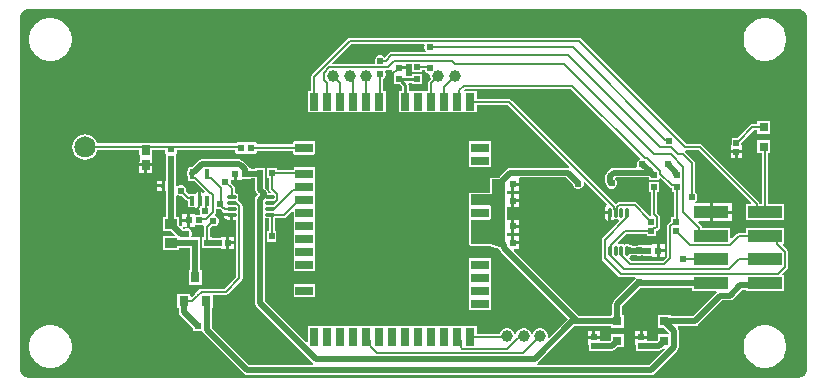
<source format=gbr>
G04*
G04 #@! TF.GenerationSoftware,Altium Limited,Altium Designer,22.4.2 (48)*
G04*
G04 Layer_Physical_Order=1*
G04 Layer_Color=255*
%FSLAX25Y25*%
%MOIN*%
G70*
G04*
G04 #@! TF.SameCoordinates,B69760C6-9901-4916-8BAC-4CFDAA04743E*
G04*
G04*
G04 #@! TF.FilePolarity,Positive*
G04*
G01*
G75*
%ADD13C,0.02000*%
%ADD14C,0.00700*%
%ADD19R,0.01860X0.02288*%
%ADD20R,0.02288X0.01860*%
%ADD21R,0.01968X0.02362*%
%ADD22R,0.02362X0.01968*%
%ADD23R,0.19685X0.03937*%
%ADD24C,0.03937*%
%ADD25R,0.03150X0.03150*%
G04:AMPARAMS|DCode=26|XSize=15.75mil|YSize=33.47mil|CornerRadius=1.97mil|HoleSize=0mil|Usage=FLASHONLY|Rotation=180.000|XOffset=0mil|YOffset=0mil|HoleType=Round|Shape=RoundedRectangle|*
%AMROUNDEDRECTD26*
21,1,0.01575,0.02953,0,0,180.0*
21,1,0.01181,0.03347,0,0,180.0*
1,1,0.00394,-0.00591,0.01476*
1,1,0.00394,0.00591,0.01476*
1,1,0.00394,0.00591,-0.01476*
1,1,0.00394,-0.00591,-0.01476*
%
%ADD26ROUNDEDRECTD26*%
%ADD27R,0.03150X0.05906*%
%ADD28R,0.05906X0.03150*%
%ADD29R,0.04331X0.04331*%
%ADD30R,0.02441X0.02362*%
%ADD31R,0.02423X0.02254*%
G04:AMPARAMS|DCode=32|XSize=11.81mil|YSize=31.5mil|CornerRadius=1.95mil|HoleSize=0mil|Usage=FLASHONLY|Rotation=90.000|XOffset=0mil|YOffset=0mil|HoleType=Round|Shape=RoundedRectangle|*
%AMROUNDEDRECTD32*
21,1,0.01181,0.02760,0,0,90.0*
21,1,0.00791,0.03150,0,0,90.0*
1,1,0.00390,0.01380,0.00396*
1,1,0.00390,0.01380,-0.00396*
1,1,0.00390,-0.01380,-0.00396*
1,1,0.00390,-0.01380,0.00396*
%
%ADD32ROUNDEDRECTD32*%
%ADD33R,0.03150X0.03543*%
%ADD34R,0.02559X0.03347*%
%ADD35R,0.02254X0.02423*%
%ADD36R,0.01788X0.01428*%
%ADD37R,0.03937X0.03543*%
%ADD38R,0.02362X0.02441*%
%ADD39R,0.11614X0.04016*%
G04:AMPARAMS|DCode=40|XSize=11.81mil|YSize=31.5mil|CornerRadius=1.95mil|HoleSize=0mil|Usage=FLASHONLY|Rotation=0.000|XOffset=0mil|YOffset=0mil|HoleType=Round|Shape=RoundedRectangle|*
%AMROUNDEDRECTD40*
21,1,0.01181,0.02760,0,0,0.0*
21,1,0.00791,0.03150,0,0,0.0*
1,1,0.00390,0.00396,-0.01380*
1,1,0.00390,-0.00396,-0.01380*
1,1,0.00390,-0.00396,0.01380*
1,1,0.00390,0.00396,0.01380*
%
%ADD40ROUNDEDRECTD40*%
%ADD54C,0.00050*%
%ADD55C,0.00800*%
%ADD56C,0.00600*%
%ADD57C,0.01000*%
%ADD58C,0.02400*%
G36*
X260531Y123977D02*
X261155Y123852D01*
X261743Y123609D01*
X262272Y123256D01*
X262722Y122806D01*
X263076Y122277D01*
X263320Y121689D01*
X263445Y121065D01*
X263445Y120747D01*
X263433Y3996D01*
X263433Y3996D01*
X263433Y3996D01*
X263433Y3701D01*
X263318Y3124D01*
X263093Y2579D01*
X262766Y2090D01*
X262350Y1673D01*
X261860Y1345D01*
X261316Y1120D01*
X260738Y1004D01*
X260444Y1004D01*
X4114Y1020D01*
X4114Y1020D01*
X4114Y1020D01*
X3809D01*
X3212Y1139D01*
X2648Y1372D01*
X2142Y1710D01*
X1710Y2142D01*
X1372Y2648D01*
X1139Y3212D01*
X1020Y3809D01*
Y4114D01*
X1020Y4114D01*
X1020Y4114D01*
X1012Y120772D01*
X1012Y121086D01*
X1134Y121704D01*
X1375Y122285D01*
X1725Y122809D01*
X2169Y123254D01*
X2692Y123604D01*
X3274Y123845D01*
X3891Y123968D01*
X4206Y123969D01*
X260213Y123977D01*
X260531Y123977D01*
D02*
G37*
%LPC*%
G36*
X250014Y120886D02*
X248812D01*
X248714Y120866D01*
X248613D01*
X247434Y120632D01*
X247342Y120593D01*
X247243Y120574D01*
X246133Y120114D01*
X246049Y120058D01*
X245956Y120019D01*
X244957Y119351D01*
X244886Y119281D01*
X244802Y119225D01*
X243952Y118375D01*
X243897Y118291D01*
X243826Y118220D01*
X243158Y117221D01*
X243119Y117128D01*
X243064Y117044D01*
X242604Y115934D01*
X242584Y115835D01*
X242546Y115743D01*
X242311Y114564D01*
Y114463D01*
X242291Y114365D01*
Y113163D01*
X242311Y113064D01*
Y112964D01*
X242546Y111785D01*
X242584Y111692D01*
X242604Y111594D01*
X243064Y110483D01*
X243119Y110399D01*
X243158Y110307D01*
X243826Y109307D01*
X243897Y109236D01*
X243952Y109153D01*
X244802Y108303D01*
X244886Y108247D01*
X244957Y108176D01*
X245956Y107508D01*
X246049Y107470D01*
X246133Y107414D01*
X247243Y106954D01*
X247342Y106934D01*
X247434Y106896D01*
X248613Y106661D01*
X248714D01*
X248812Y106642D01*
X250014D01*
X250113Y106661D01*
X250213D01*
X251392Y106896D01*
X251485Y106934D01*
X251584Y106954D01*
X252694Y107414D01*
X252778Y107470D01*
X252870Y107508D01*
X253870Y108176D01*
X253941Y108247D01*
X254024Y108303D01*
X254874Y109153D01*
X254930Y109236D01*
X255001Y109307D01*
X255669Y110307D01*
X255707Y110399D01*
X255763Y110483D01*
X256223Y111594D01*
X256243Y111692D01*
X256281Y111785D01*
X256516Y112964D01*
Y113064D01*
X256535Y113163D01*
Y114365D01*
X256516Y114463D01*
Y114564D01*
X256281Y115743D01*
X256243Y115835D01*
X256223Y115934D01*
X255763Y117044D01*
X255707Y117128D01*
X255669Y117221D01*
X255001Y118220D01*
X254930Y118291D01*
X254874Y118375D01*
X254024Y119225D01*
X253941Y119281D01*
X253870Y119351D01*
X252870Y120019D01*
X252778Y120058D01*
X252694Y120114D01*
X251584Y120574D01*
X251485Y120593D01*
X251392Y120632D01*
X250213Y120866D01*
X250113D01*
X250014Y120886D01*
D02*
G37*
G36*
X11825D02*
X10623D01*
X10525Y120866D01*
X10424D01*
X9245Y120632D01*
X9153Y120593D01*
X9054Y120574D01*
X7944Y120114D01*
X7860Y120058D01*
X7767Y120019D01*
X6768Y119351D01*
X6697Y119281D01*
X6613Y119225D01*
X5763Y118375D01*
X5708Y118291D01*
X5637Y118220D01*
X4969Y117221D01*
X4930Y117128D01*
X4875Y117044D01*
X4415Y115934D01*
X4395Y115835D01*
X4357Y115743D01*
X4122Y114564D01*
Y114463D01*
X4103Y114365D01*
Y113163D01*
X4122Y113064D01*
Y112964D01*
X4357Y111785D01*
X4395Y111692D01*
X4415Y111594D01*
X4875Y110483D01*
X4930Y110399D01*
X4969Y110307D01*
X5637Y109307D01*
X5708Y109236D01*
X5763Y109153D01*
X6613Y108303D01*
X6697Y108247D01*
X6768Y108176D01*
X7767Y107508D01*
X7860Y107470D01*
X7944Y107414D01*
X9054Y106954D01*
X9153Y106934D01*
X9245Y106896D01*
X10424Y106661D01*
X10525D01*
X10623Y106642D01*
X11825D01*
X11924Y106661D01*
X12024D01*
X13203Y106896D01*
X13296Y106934D01*
X13395Y106954D01*
X14505Y107414D01*
X14589Y107470D01*
X14681Y107508D01*
X15681Y108176D01*
X15752Y108247D01*
X15835Y108303D01*
X16685Y109153D01*
X16741Y109236D01*
X16812Y109307D01*
X17480Y110307D01*
X17518Y110399D01*
X17574Y110483D01*
X18034Y111594D01*
X18054Y111692D01*
X18092Y111785D01*
X18327Y112964D01*
Y113064D01*
X18346Y113163D01*
Y114365D01*
X18327Y114463D01*
Y114564D01*
X18092Y115743D01*
X18054Y115835D01*
X18034Y115934D01*
X17574Y117044D01*
X17518Y117128D01*
X17480Y117221D01*
X16812Y118220D01*
X16741Y118291D01*
X16685Y118375D01*
X15835Y119225D01*
X15752Y119281D01*
X15681Y119351D01*
X14681Y120019D01*
X14589Y120058D01*
X14505Y120114D01*
X13395Y120574D01*
X13296Y120593D01*
X13203Y120632D01*
X12024Y120866D01*
X11924D01*
X11825Y120886D01*
D02*
G37*
G36*
X251275Y86723D02*
X246925D01*
Y85568D01*
X245228D01*
X244838Y85490D01*
X244507Y85269D01*
X240202Y80963D01*
X238370D01*
Y78485D01*
X237970D01*
Y76841D01*
X239900D01*
X241830D01*
Y78485D01*
X241430D01*
Y79308D01*
X245651Y83528D01*
X246925D01*
Y82373D01*
X251275D01*
Y86723D01*
D02*
G37*
G36*
X187400Y114420D02*
X111222D01*
X110832Y114342D01*
X110501Y114121D01*
X98464Y102084D01*
X98243Y101753D01*
X98166Y101363D01*
Y96592D01*
X97010D01*
Y89487D01*
X123013D01*
Y96592D01*
X122220D01*
Y100742D01*
X122220Y100743D01*
X122726Y101249D01*
X123000Y101910D01*
Y102627D01*
X122866Y102949D01*
X123201Y103449D01*
X123842D01*
X124232Y103526D01*
X124563Y103748D01*
X124818Y104002D01*
X125279Y103811D01*
Y102130D01*
X125680D01*
Y98908D01*
X127695D01*
X128378Y98224D01*
Y96592D01*
X127325D01*
Y89487D01*
X153328D01*
Y92020D01*
X163650D01*
X184243Y71427D01*
X183997Y70966D01*
X183668Y71031D01*
X164547D01*
X163922Y70907D01*
X163393Y70553D01*
X161376Y68537D01*
X161023Y68007D01*
X161003Y67910D01*
X160843Y67750D01*
X158387D01*
X157927Y67560D01*
X157737Y67101D01*
Y62750D01*
X151387D01*
X150927Y62560D01*
X150737Y62101D01*
Y58601D01*
X150927Y58141D01*
X150947Y58133D01*
Y54068D01*
X150927Y54060D01*
X150737Y53601D01*
Y45610D01*
X150927Y45151D01*
X151387Y44961D01*
X157785D01*
X159908Y44282D01*
Y44179D01*
X160230D01*
X160931Y43955D01*
X161023Y43492D01*
X161376Y42963D01*
X183728Y20612D01*
X177516Y14401D01*
X177068Y14660D01*
X177068Y14662D01*
Y15338D01*
X176893Y15991D01*
X176555Y16577D01*
X176077Y17055D01*
X175491Y17393D01*
X174838Y17569D01*
X174162D01*
X173509Y17393D01*
X172923Y17055D01*
X172445Y16577D01*
X172107Y15991D01*
X172009Y15627D01*
X171491D01*
X171394Y15991D01*
X171055Y16577D01*
X170577Y17055D01*
X169991Y17393D01*
X169338Y17569D01*
X168662D01*
X168009Y17393D01*
X167423Y17055D01*
X166945Y16577D01*
X166606Y15991D01*
X166509Y15627D01*
X165991D01*
X165893Y15991D01*
X165555Y16577D01*
X165077Y17055D01*
X164491Y17393D01*
X163838Y17569D01*
X163162D01*
X162509Y17393D01*
X161923Y17055D01*
X161445Y16577D01*
X161107Y15991D01*
X161032Y15712D01*
X153328D01*
Y18246D01*
X97010D01*
Y13038D01*
X96548Y12846D01*
X82663Y26732D01*
Y48200D01*
Y53931D01*
X82919Y54141D01*
X83949D01*
Y49981D01*
X83384D01*
Y46419D01*
X86553D01*
Y49981D01*
X85988D01*
Y54203D01*
X85989Y54203D01*
X86176Y54328D01*
X89213D01*
X89603Y54405D01*
X89934Y54626D01*
X91824Y56517D01*
X92286Y56325D01*
Y53857D01*
Y49526D01*
Y45195D01*
Y40865D01*
Y36534D01*
X99391D01*
Y40865D01*
Y45195D01*
Y49526D01*
Y53857D01*
Y58187D01*
Y62518D01*
Y66849D01*
Y71198D01*
X92286D01*
Y70320D01*
X86653D01*
Y71081D01*
X83484D01*
Y67519D01*
X84049D01*
Y63949D01*
X84127Y63559D01*
X84347Y63228D01*
X84655Y62921D01*
X84463Y62459D01*
X84411D01*
X83931Y62500D01*
X83807Y63124D01*
X83454Y63653D01*
X82763Y64344D01*
Y69300D01*
X82716Y69537D01*
Y71081D01*
X79547D01*
Y70721D01*
X77975D01*
Y70816D01*
X77526D01*
X77459Y71151D01*
X77105Y71681D01*
X75816Y72970D01*
X75287Y73323D01*
X75208Y73339D01*
X75191Y73356D01*
X74662Y73709D01*
X74038Y73834D01*
X61714D01*
X61714Y73834D01*
X61090Y73709D01*
X60561Y73356D01*
X58423Y71218D01*
X57850D01*
X57539Y71156D01*
X57276Y70980D01*
X57100Y70716D01*
X57038Y70406D01*
Y70170D01*
X56934Y70014D01*
X56810Y69390D01*
Y68929D01*
X56934Y68305D01*
X57038Y68149D01*
Y67453D01*
X57100Y67142D01*
X57276Y66878D01*
X57539Y66702D01*
X57850Y66640D01*
X58808D01*
X58828Y66636D01*
X59122D01*
X62642Y63116D01*
X62643Y63112D01*
X62483Y62568D01*
X62281Y62525D01*
X62058Y62675D01*
X61590Y62768D01*
X61500D01*
Y60071D01*
X60500D01*
Y62768D01*
X60409D01*
X59943Y62675D01*
X59547Y62410D01*
X59432Y62238D01*
X59342Y62298D01*
X59031Y62360D01*
X57850D01*
X57539Y62298D01*
X57362Y62179D01*
X56600Y62942D01*
X56600Y62942D01*
Y63658D01*
X56326Y64320D01*
X55820Y64826D01*
X55158Y65100D01*
X54442D01*
X53780Y64826D01*
X53631Y64677D01*
X53131Y64884D01*
Y72001D01*
X53227D01*
Y75493D01*
X53350Y75677D01*
X53409Y75976D01*
Y76791D01*
X72819D01*
Y76473D01*
X72879Y76174D01*
X73001Y75990D01*
Y75873D01*
X73118D01*
X73302Y75750D01*
X73601Y75691D01*
X76024D01*
X76323Y75750D01*
X76500Y75868D01*
X76676Y75750D01*
X76976Y75691D01*
X79399D01*
X79698Y75750D01*
X79882Y75873D01*
X79999D01*
Y75990D01*
X80121Y76174D01*
X80174Y76439D01*
X92103D01*
Y76110D01*
X92163Y75811D01*
X92286Y75627D01*
Y75510D01*
X92402D01*
X92586Y75387D01*
X92886Y75328D01*
X98791D01*
X99091Y75387D01*
X99275Y75510D01*
X99391D01*
Y75627D01*
X99514Y75811D01*
X99574Y76110D01*
Y79260D01*
X99514Y79559D01*
X99391Y79743D01*
Y79860D01*
X99275D01*
X99091Y79983D01*
X98791Y80042D01*
X92886D01*
X92586Y79983D01*
X92402Y79860D01*
X92286D01*
Y79743D01*
X92163Y79559D01*
X92103Y79260D01*
Y78761D01*
X80174D01*
X80121Y79026D01*
X79999Y79210D01*
Y79327D01*
X79882D01*
X79698Y79450D01*
X79399Y79509D01*
X76976D01*
X76676Y79450D01*
X76500Y79332D01*
X76323Y79450D01*
X76024Y79509D01*
X73601D01*
X73302Y79450D01*
X73118Y79327D01*
X73001D01*
Y79210D01*
X72937Y79114D01*
X52938D01*
X52926Y79121D01*
X52627Y79181D01*
X50373D01*
X50074Y79121D01*
X50062Y79114D01*
X44882D01*
X44879Y79117D01*
Y79234D01*
X44763D01*
X44579Y79357D01*
X44280Y79416D01*
X41721D01*
X41421Y79357D01*
X41237Y79234D01*
X41120D01*
Y79117D01*
X41118Y79114D01*
X26862D01*
X26856Y79146D01*
X26511Y79979D01*
X26454Y80064D01*
X26408Y80156D01*
X25859Y80871D01*
X25782Y80939D01*
X25715Y81016D01*
X24999Y81565D01*
X24908Y81610D01*
X24823Y81667D01*
X23990Y82012D01*
X23889Y82032D01*
X23792Y82065D01*
X22898Y82183D01*
X22796Y82176D01*
X22694Y82183D01*
X21800Y82065D01*
X21703Y82032D01*
X21602Y82012D01*
X20769Y81667D01*
X20684Y81610D01*
X20592Y81565D01*
X19877Y81016D01*
X19809Y80939D01*
X19733Y80871D01*
X19184Y80156D01*
X19138Y80064D01*
X19081Y79979D01*
X18736Y79146D01*
X18716Y79046D01*
X18683Y78949D01*
X18566Y78054D01*
X18572Y77952D01*
X18566Y77850D01*
X18683Y76956D01*
X18716Y76859D01*
X18736Y76759D01*
X19081Y75926D01*
X19138Y75841D01*
X19184Y75749D01*
X19733Y75033D01*
X19809Y74966D01*
X19877Y74889D01*
X20592Y74340D01*
X20684Y74295D01*
X20769Y74238D01*
X21602Y73893D01*
X21703Y73873D01*
X21800Y73840D01*
X22694Y73722D01*
X22796Y73729D01*
X22898Y73722D01*
X23792Y73840D01*
X23889Y73873D01*
X23990Y73893D01*
X24823Y74238D01*
X24908Y74295D01*
X24999Y74340D01*
X25715Y74889D01*
X25782Y74966D01*
X25859Y75033D01*
X26408Y75749D01*
X26454Y75841D01*
X26511Y75926D01*
X26856Y76759D01*
X26862Y76791D01*
X40938D01*
Y75287D01*
X40953Y75213D01*
X40720Y74713D01*
X40720D01*
Y72539D01*
X43000D01*
X45279D01*
Y74713D01*
X45279Y74713D01*
X45047Y75213D01*
X45062Y75287D01*
Y76791D01*
X49591D01*
Y75976D01*
X49650Y75677D01*
X49773Y75493D01*
Y72001D01*
X49869D01*
Y66714D01*
X49302D01*
Y65000D01*
Y63286D01*
X49869D01*
Y54521D01*
X48932D01*
Y49778D01*
X51565D01*
X52658Y48684D01*
X52467Y48222D01*
X48932D01*
Y43479D01*
X54068D01*
Y44369D01*
X57869D01*
Y36809D01*
X57325D01*
Y32065D01*
X61675D01*
Y36809D01*
X61131D01*
Y45676D01*
X61163Y45835D01*
Y46000D01*
X61116Y46237D01*
Y47781D01*
X58580D01*
X58250Y48281D01*
X58400Y48642D01*
Y49358D01*
X58126Y50020D01*
X57620Y50526D01*
X56958Y50800D01*
X56242D01*
X55835Y50631D01*
X55475D01*
X55290Y50873D01*
X55527Y51373D01*
X56813D01*
Y53000D01*
X55101D01*
Y51829D01*
X55101Y51562D01*
X54614Y51343D01*
X54068Y51888D01*
Y54521D01*
X53131D01*
Y61716D01*
X53631Y61923D01*
X53780Y61774D01*
X54442Y61500D01*
X55158D01*
X55158Y61500D01*
X56293Y60365D01*
X56624Y60144D01*
X57014Y60067D01*
X57038D01*
Y58595D01*
X57100Y58284D01*
X57276Y58020D01*
X57539Y57844D01*
X57850Y57782D01*
X59031D01*
X59342Y57844D01*
X59432Y57903D01*
X59547Y57732D01*
X59943Y57467D01*
X60409Y57374D01*
X60789D01*
X61000Y57058D01*
Y56342D01*
X61255Y55727D01*
X61074Y55227D01*
X59524D01*
Y55627D01*
X57813D01*
Y53500D01*
Y51373D01*
X59524D01*
Y51773D01*
X62019D01*
X62449Y51372D01*
X62449Y51294D01*
Y47781D01*
X61884D01*
Y46237D01*
X61837Y46000D01*
X61884Y45763D01*
Y44219D01*
X65053D01*
Y44369D01*
X67561D01*
X67795Y44415D01*
X68295Y44070D01*
Y44070D01*
X69939D01*
Y46000D01*
Y47930D01*
X68295D01*
Y47930D01*
X67795Y47585D01*
X67561Y47631D01*
X65053D01*
Y47781D01*
X64488D01*
Y50949D01*
X65044Y51505D01*
X65203Y51439D01*
X65919D01*
X66581Y51713D01*
X67087Y52219D01*
X67361Y52881D01*
Y53597D01*
X67087Y54258D01*
X66581Y54765D01*
X66259Y54898D01*
X66152Y55185D01*
X66122Y55496D01*
X66288Y55745D01*
X66366Y56135D01*
Y57281D01*
X66866Y57488D01*
X66880Y57474D01*
X67542Y57200D01*
X67958D01*
X68563Y56595D01*
X68894Y56374D01*
X69107Y55847D01*
X71701D01*
Y55347D01*
X72201D01*
Y53733D01*
X73081D01*
X73256Y53589D01*
Y34738D01*
X69265Y30746D01*
X61643D01*
X61253Y30669D01*
X60922Y30448D01*
X59368Y28894D01*
X59257Y28727D01*
X58435Y27905D01*
X57935Y28112D01*
Y28935D01*
X53585D01*
Y24191D01*
X54132D01*
Y22977D01*
X54256Y22353D01*
X54610Y21824D01*
X58817Y17617D01*
Y16650D01*
X59978D01*
X60487Y16549D01*
X60561D01*
X61070Y16650D01*
X61889D01*
X61932Y16437D01*
X62286Y15907D01*
X75747Y2447D01*
X76276Y2093D01*
X76900Y1969D01*
X211560D01*
X212185Y2093D01*
X212714Y2447D01*
X220228Y9961D01*
X220582Y10490D01*
X220706Y11114D01*
Y16673D01*
X220582Y17298D01*
X220302Y17717D01*
X220476Y18217D01*
X226048D01*
X226672Y18341D01*
X227202Y18695D01*
X235276Y26769D01*
X237900D01*
X238524Y26893D01*
X239054Y27246D01*
X241941Y30134D01*
X242983D01*
Y29991D01*
X255797D01*
Y35206D01*
X255448D01*
X255257Y35668D01*
X256918Y37329D01*
X257139Y37660D01*
X257216Y38050D01*
Y42895D01*
X257139Y43285D01*
X256918Y43615D01*
X256332Y44201D01*
X256332Y44201D01*
X255257Y45277D01*
X255448Y45739D01*
X255797D01*
Y50954D01*
X242983D01*
Y49366D01*
X240705D01*
X240315Y49288D01*
X239985Y49067D01*
X238345Y47428D01*
X237883Y47620D01*
Y50954D01*
X228401D01*
Y51086D01*
X228324Y51476D01*
X228103Y51807D01*
X227159Y52751D01*
X227350Y53213D01*
X230976D01*
Y56221D01*
Y59228D01*
X226327D01*
X226213Y59473D01*
X226174Y59728D01*
X226626Y60180D01*
X226900Y60842D01*
Y61558D01*
X226626Y62220D01*
X226120Y62726D01*
X226120Y62726D01*
Y72700D01*
X226042Y73090D01*
X225821Y73421D01*
X222844Y76398D01*
X222852Y76468D01*
X222903Y76647D01*
X223052Y76880D01*
X227288D01*
X244878Y59290D01*
X244687Y58828D01*
X242983D01*
Y53613D01*
X255797D01*
Y58828D01*
X250409D01*
Y75877D01*
X251275D01*
Y80227D01*
X246925D01*
Y75877D01*
X248370D01*
Y58828D01*
X247670D01*
Y58960D01*
X247592Y59350D01*
X247372Y59681D01*
X228431Y78621D01*
X228100Y78842D01*
X227710Y78920D01*
X223322D01*
X188121Y114121D01*
X187790Y114342D01*
X187400Y114420D01*
D02*
G37*
G36*
X241830Y75841D02*
X240400D01*
Y74198D01*
X241830D01*
Y75841D01*
D02*
G37*
G36*
X239400D02*
X237970D01*
Y74198D01*
X239400D01*
Y75841D01*
D02*
G37*
G36*
X158053Y79860D02*
X150947D01*
Y75510D01*
Y71179D01*
X158053D01*
Y75510D01*
Y79860D01*
D02*
G37*
G36*
X45279Y71539D02*
X43500D01*
Y69366D01*
X45279D01*
Y71539D01*
D02*
G37*
G36*
X42500D02*
X40720D01*
Y69366D01*
X42500D01*
Y71539D01*
D02*
G37*
G36*
X48302Y66714D02*
X46908D01*
Y65500D01*
X48302D01*
Y66714D01*
D02*
G37*
G36*
X33638Y63852D02*
X23295D01*
Y63503D01*
X33638D01*
Y63852D01*
D02*
G37*
G36*
X22295D02*
X11953D01*
Y63503D01*
X22295D01*
Y63852D01*
D02*
G37*
G36*
X48302Y64500D02*
X46908D01*
Y63286D01*
X48302D01*
Y64500D01*
D02*
G37*
G36*
X238283Y59228D02*
X231976D01*
Y56721D01*
X238283D01*
Y59228D01*
D02*
G37*
G36*
X56813Y55627D02*
X55101D01*
Y54000D01*
X56813D01*
Y55627D01*
D02*
G37*
G36*
X71201Y54847D02*
X69123D01*
X69195Y54485D01*
X69459Y54090D01*
X69855Y53826D01*
X70321Y53733D01*
X71201D01*
Y54847D01*
D02*
G37*
G36*
X238283Y55721D02*
X231976D01*
Y53213D01*
X238283D01*
Y55721D01*
D02*
G37*
G36*
X72583Y47930D02*
X70939D01*
Y46500D01*
X72583D01*
Y47930D01*
D02*
G37*
G36*
Y45500D02*
X70939D01*
Y44070D01*
X72583D01*
Y45500D01*
D02*
G37*
G36*
X99391Y32222D02*
X92286D01*
Y27872D01*
X99391D01*
Y32222D01*
D02*
G37*
G36*
X158053Y40883D02*
X150947D01*
Y36534D01*
Y32203D01*
Y27872D01*
Y23542D01*
X158053D01*
Y27872D01*
Y32203D01*
Y36534D01*
Y40883D01*
D02*
G37*
G36*
X250014Y18523D02*
X248812D01*
X248714Y18504D01*
X248613D01*
X247434Y18269D01*
X247342Y18231D01*
X247243Y18211D01*
X246133Y17751D01*
X246049Y17696D01*
X245956Y17657D01*
X244957Y16989D01*
X244886Y16918D01*
X244802Y16862D01*
X243952Y16013D01*
X243897Y15929D01*
X243826Y15858D01*
X243158Y14859D01*
X243119Y14766D01*
X243064Y14682D01*
X242604Y13572D01*
X242584Y13473D01*
X242546Y13381D01*
X242311Y12201D01*
Y12101D01*
X242291Y12003D01*
Y10801D01*
X242311Y10702D01*
Y10602D01*
X242546Y9423D01*
X242584Y9330D01*
X242604Y9231D01*
X243064Y8121D01*
X243119Y8037D01*
X243158Y7945D01*
X243826Y6945D01*
X243897Y6874D01*
X243952Y6791D01*
X244802Y5941D01*
X244886Y5885D01*
X244957Y5814D01*
X245956Y5146D01*
X246049Y5108D01*
X246133Y5052D01*
X247243Y4592D01*
X247342Y4572D01*
X247434Y4534D01*
X248613Y4299D01*
X248714D01*
X248812Y4280D01*
X250014D01*
X250113Y4299D01*
X250213D01*
X251392Y4534D01*
X251485Y4572D01*
X251584Y4592D01*
X252694Y5052D01*
X252778Y5108D01*
X252870Y5146D01*
X253870Y5814D01*
X253941Y5885D01*
X254024Y5941D01*
X254874Y6791D01*
X254930Y6874D01*
X255001Y6945D01*
X255669Y7945D01*
X255707Y8037D01*
X255763Y8121D01*
X256223Y9231D01*
X256243Y9330D01*
X256281Y9423D01*
X256516Y10602D01*
Y10702D01*
X256535Y10801D01*
Y12003D01*
X256516Y12101D01*
Y12201D01*
X256281Y13381D01*
X256243Y13473D01*
X256223Y13572D01*
X255763Y14682D01*
X255707Y14766D01*
X255669Y14859D01*
X255001Y15858D01*
X254930Y15929D01*
X254874Y16013D01*
X254024Y16862D01*
X253941Y16918D01*
X253870Y16989D01*
X252870Y17657D01*
X252778Y17696D01*
X252694Y17751D01*
X251584Y18211D01*
X251485Y18231D01*
X251392Y18269D01*
X250213Y18504D01*
X250113D01*
X250014Y18523D01*
D02*
G37*
G36*
X11825D02*
X10623D01*
X10525Y18504D01*
X10424D01*
X9245Y18269D01*
X9153Y18231D01*
X9054Y18211D01*
X7944Y17751D01*
X7860Y17696D01*
X7767Y17657D01*
X6768Y16989D01*
X6697Y16918D01*
X6613Y16862D01*
X5763Y16013D01*
X5708Y15929D01*
X5637Y15858D01*
X4969Y14859D01*
X4930Y14766D01*
X4875Y14682D01*
X4415Y13572D01*
X4395Y13473D01*
X4357Y13381D01*
X4122Y12201D01*
Y12101D01*
X4103Y12003D01*
Y10801D01*
X4122Y10702D01*
Y10602D01*
X4357Y9423D01*
X4395Y9330D01*
X4415Y9231D01*
X4875Y8121D01*
X4930Y8037D01*
X4969Y7945D01*
X5637Y6945D01*
X5708Y6874D01*
X5763Y6791D01*
X6613Y5941D01*
X6697Y5885D01*
X6768Y5814D01*
X7767Y5146D01*
X7860Y5108D01*
X7944Y5052D01*
X9054Y4592D01*
X9153Y4572D01*
X9245Y4534D01*
X10424Y4299D01*
X10525D01*
X10623Y4280D01*
X11825D01*
X11924Y4299D01*
X12024D01*
X13203Y4534D01*
X13296Y4572D01*
X13395Y4592D01*
X14505Y5052D01*
X14589Y5108D01*
X14681Y5146D01*
X15681Y5814D01*
X15752Y5885D01*
X15835Y5941D01*
X16685Y6791D01*
X16741Y6874D01*
X16812Y6945D01*
X17480Y7945D01*
X17518Y8037D01*
X17574Y8121D01*
X18034Y9231D01*
X18054Y9330D01*
X18092Y9423D01*
X18327Y10602D01*
Y10702D01*
X18346Y10801D01*
Y12003D01*
X18327Y12101D01*
Y12201D01*
X18092Y13381D01*
X18054Y13473D01*
X18034Y13572D01*
X17574Y14682D01*
X17518Y14766D01*
X17480Y14859D01*
X16812Y15858D01*
X16741Y15929D01*
X16685Y16013D01*
X15835Y16862D01*
X15752Y16918D01*
X15681Y16989D01*
X14681Y17657D01*
X14589Y17696D01*
X14505Y17751D01*
X13395Y18211D01*
X13296Y18231D01*
X13203Y18269D01*
X12024Y18504D01*
X11924D01*
X11825Y18523D01*
D02*
G37*
%LPD*%
G36*
X136033Y111880D02*
X135900Y111558D01*
Y110842D01*
X136174Y110180D01*
X136335Y110020D01*
X136128Y109520D01*
X124900D01*
X124510Y109442D01*
X124179Y109221D01*
X122702Y107744D01*
X122220Y108226D01*
X121558Y108500D01*
X120842D01*
X120180Y108226D01*
X119674Y107720D01*
X119400Y107058D01*
Y106342D01*
X119547Y105988D01*
X119213Y105488D01*
X105405D01*
X105214Y105950D01*
X111644Y112380D01*
X135699D01*
X136033Y111880D01*
D02*
G37*
G36*
X131719Y102884D02*
X135281D01*
Y103449D01*
X136063D01*
X136174Y103180D01*
X136680Y102674D01*
X137342Y102400D01*
X137564D01*
X137948Y101900D01*
X137932Y101838D01*
Y101162D01*
X138098Y100540D01*
X137441Y99882D01*
X137220Y99552D01*
X137142Y99161D01*
Y96592D01*
X130622D01*
Y98689D01*
X130622Y98689D01*
X130578Y98910D01*
X130897Y99410D01*
X131719D01*
Y98947D01*
X135281D01*
Y102116D01*
X131719D01*
Y101653D01*
X129776D01*
X129720Y102130D01*
X129720D01*
Y103811D01*
X127500D01*
Y104811D01*
X129720D01*
Y105473D01*
X131719D01*
Y102884D01*
D02*
G37*
G36*
X23788Y81222D02*
X24407Y80965D01*
X24963Y80593D01*
X25437Y80120D01*
X25809Y79563D01*
X26065Y78944D01*
X26196Y78287D01*
Y77952D01*
Y77618D01*
X26065Y76961D01*
X25809Y76342D01*
X25437Y75785D01*
X24963Y75311D01*
X24407Y74939D01*
X23788Y74683D01*
X23131Y74552D01*
X22461D01*
X21804Y74683D01*
X21185Y74939D01*
X20629Y75311D01*
X20155Y75785D01*
X19783Y76342D01*
X19527Y76961D01*
X19396Y77618D01*
Y77952D01*
Y78287D01*
X19527Y78944D01*
X19783Y79563D01*
X20155Y80120D01*
X20629Y80593D01*
X21185Y80965D01*
X21804Y81222D01*
X22461Y81352D01*
X23131D01*
X23788Y81222D01*
D02*
G37*
G36*
X207871Y74287D02*
X207753Y73698D01*
X207580Y73626D01*
X207074Y73120D01*
X206800Y72458D01*
Y71742D01*
X206887Y71531D01*
X206553Y71031D01*
X198983D01*
X198359Y70907D01*
X197829Y70553D01*
X196658Y69382D01*
X196304Y68853D01*
X196180Y68228D01*
Y66397D01*
X196304Y65773D01*
X196500Y65479D01*
Y65442D01*
X196774Y64780D01*
X197280Y64274D01*
X197942Y64000D01*
X198658D01*
X199320Y64274D01*
X199826Y64780D01*
X200100Y65442D01*
Y66158D01*
X199826Y66820D01*
X199443Y67203D01*
Y67553D01*
X199659Y67769D01*
X210619D01*
Y66984D01*
X212061D01*
X212219Y66953D01*
X212384D01*
X212542Y66984D01*
X214181D01*
Y67324D01*
X214643Y67515D01*
X217682Y64476D01*
X218013Y64255D01*
X218319Y64194D01*
Y63047D01*
X219080D01*
Y54683D01*
X218270D01*
Y53187D01*
X218066Y53147D01*
X217735Y52926D01*
X217149Y52340D01*
X216928Y52009D01*
X216850Y51619D01*
Y41292D01*
X215478Y39920D01*
X205010D01*
X204183Y40747D01*
X204231Y41083D01*
X204322Y41315D01*
X204521Y41448D01*
X204697Y41711D01*
X204709Y41769D01*
X206819D01*
X207159Y41628D01*
X207875D01*
X208216Y41769D01*
X208678D01*
Y41673D01*
X211653D01*
Y41273D01*
X213364D01*
Y43400D01*
Y45527D01*
X211653D01*
Y45127D01*
X208678D01*
Y45127D01*
X208178Y45102D01*
X207875Y45228D01*
X207159D01*
X206685Y45031D01*
X205138D01*
X205024Y45107D01*
X204634Y45185D01*
X204521Y45354D01*
X204259Y45529D01*
X203948Y45591D01*
X203157D01*
X202847Y45529D01*
X202584Y45354D01*
X202553D01*
X202290Y45529D01*
X201980Y45591D01*
X201189D01*
X200878Y45529D01*
X200848Y45509D01*
X200469Y45647D01*
X200366Y46175D01*
X203233Y49041D01*
X210070D01*
Y48317D01*
X213130D01*
Y49813D01*
X213334Y49853D01*
X213665Y50074D01*
X214251Y50660D01*
X214472Y50991D01*
X214550Y51381D01*
Y54497D01*
X214472Y54887D01*
X214251Y55218D01*
X213420Y56050D01*
Y63047D01*
X214181D01*
Y66216D01*
X210619D01*
Y63047D01*
X211380D01*
Y55627D01*
X211458Y55237D01*
X211472Y55216D01*
X211084Y54897D01*
X206686Y59295D01*
X206355Y59516D01*
X205965Y59594D01*
X200694D01*
X200304Y59516D01*
X199973Y59295D01*
X199616Y58938D01*
X164794Y93760D01*
X164463Y93981D01*
X164073Y94059D01*
X153328D01*
Y94801D01*
X153348Y94900D01*
X153328Y94999D01*
Y96592D01*
X149272D01*
X149086Y97028D01*
X149377Y97380D01*
X184778D01*
X207871Y74287D01*
D02*
G37*
G36*
X162887Y45101D02*
X163530Y44457D01*
Y44179D01*
X163808D01*
X164487Y43501D01*
X157887Y45610D01*
X151387D01*
Y53601D01*
X157887D01*
Y53857D01*
X158053D01*
Y58206D01*
X157887D01*
Y58601D01*
X151387D01*
Y62101D01*
X158387D01*
Y67101D01*
X162887D01*
Y45101D01*
D02*
G37*
G36*
X225069Y29991D02*
X233201D01*
X233338Y29746D01*
X233383Y29491D01*
X225372Y21479D01*
X218075D01*
Y22023D01*
X213725D01*
Y17673D01*
X215768D01*
X217414Y16027D01*
X217373Y15527D01*
X213725D01*
Y13484D01*
X213514Y13273D01*
X210062D01*
Y14020D01*
X208132D01*
X206202D01*
Y12376D01*
X206202D01*
X206548Y11876D01*
X206501Y11642D01*
X206602Y11132D01*
Y9898D01*
X209662D01*
Y10010D01*
X214190D01*
X214814Y10134D01*
X215343Y10488D01*
X215752Y10897D01*
X215828Y10882D01*
X215993Y10339D01*
X210885Y5231D01*
X173679D01*
X173601Y5328D01*
X173703Y5998D01*
X173776Y6047D01*
X185946Y18217D01*
X197993D01*
Y17673D01*
X202343D01*
Y22023D01*
X201799D01*
Y24792D01*
X207974Y30967D01*
X225069D01*
Y29991D01*
D02*
G37*
G36*
X185400Y65361D02*
Y65342D01*
X185674Y64680D01*
X186180Y64174D01*
X186842Y63900D01*
X187558D01*
X188220Y64174D01*
X188726Y64680D01*
X189000Y65342D01*
Y65963D01*
X189268Y66145D01*
X189462Y66208D01*
X196709Y58961D01*
X196589Y58374D01*
X196390Y58241D01*
X196126Y57845D01*
X196033Y57379D01*
Y56499D01*
X197647D01*
Y55999D01*
X198147D01*
Y53422D01*
X198509Y53494D01*
X198904Y53758D01*
X198971Y53858D01*
X199220Y53809D01*
X200011D01*
X200322Y53870D01*
X200355Y53890D01*
X200724Y53750D01*
X200829Y53236D01*
X200827Y53218D01*
X195279Y47671D01*
X195058Y47340D01*
X194980Y46949D01*
Y41000D01*
X195058Y40610D01*
X195279Y40279D01*
X200579Y34979D01*
X200910Y34758D01*
X201300Y34680D01*
X206128D01*
X206335Y34180D01*
X205991Y33837D01*
X205823Y33430D01*
X199014Y26621D01*
X198661Y26092D01*
X198536Y25468D01*
Y22023D01*
X197993D01*
Y21479D01*
X187474D01*
X165636Y43318D01*
X165828Y43780D01*
X167492D01*
Y45500D01*
X165311D01*
Y46000D01*
X164811D01*
Y48221D01*
X163536D01*
Y49279D01*
X164811D01*
Y51500D01*
Y53720D01*
X163536D01*
Y57780D01*
X164811D01*
Y60000D01*
Y62221D01*
X163536D01*
Y63279D01*
X164811D01*
Y65500D01*
X165311D01*
Y66000D01*
X167492D01*
Y67721D01*
X167972Y67769D01*
X182993D01*
X185400Y65361D01*
D02*
G37*
G36*
X73289Y66962D02*
X75000D01*
Y67362D01*
X77975D01*
Y67458D01*
X79500D01*
Y63669D01*
X79624Y63044D01*
X79978Y62515D01*
X80443Y62050D01*
X79878Y61484D01*
X79524Y60955D01*
X79400Y60330D01*
Y48200D01*
Y26056D01*
X79524Y25432D01*
X79878Y24903D01*
X98734Y6047D01*
X98807Y5998D01*
X98909Y5328D01*
X98831Y5231D01*
X77576D01*
X65183Y17624D01*
Y19710D01*
X65070D01*
Y24191D01*
X65415D01*
Y28707D01*
X69687D01*
X70077Y28785D01*
X70408Y29006D01*
X74997Y33594D01*
X75218Y33925D01*
X75295Y34315D01*
Y58206D01*
X75218Y58596D01*
X74997Y58927D01*
X74297Y59627D01*
X74050Y59792D01*
X74027Y59815D01*
X73936Y59875D01*
X73893Y59938D01*
X73753Y60419D01*
X73830Y60547D01*
X73891Y60857D01*
Y61648D01*
X73830Y61959D01*
X73654Y62221D01*
X73391Y62397D01*
X73081Y62459D01*
X72720D01*
Y64099D01*
X72643Y64489D01*
X72422Y64820D01*
X71300Y65942D01*
X71300Y65942D01*
Y66658D01*
X71503Y66962D01*
X72289D01*
Y69089D01*
X73289D01*
Y66962D01*
D02*
G37*
%LPC*%
G36*
X216075Y45527D02*
X214364D01*
Y43900D01*
X216075D01*
Y45527D01*
D02*
G37*
G36*
Y42900D02*
X214364D01*
Y41273D01*
X216075D01*
Y42900D01*
D02*
G37*
G36*
X210062Y16664D02*
X208632D01*
Y15020D01*
X210062D01*
Y16664D01*
D02*
G37*
G36*
X194330D02*
X192900D01*
Y15020D01*
X194330D01*
Y16664D01*
D02*
G37*
G36*
X207632D02*
X206202D01*
Y15020D01*
X207632D01*
Y16664D01*
D02*
G37*
G36*
X191900D02*
X190470D01*
Y15020D01*
X191900D01*
Y16664D01*
D02*
G37*
G36*
X202343Y15527D02*
X197993D01*
Y13484D01*
X197782Y13273D01*
X194330D01*
Y14020D01*
X192400D01*
X190470D01*
Y12376D01*
X190470D01*
X190815Y11876D01*
X190769Y11642D01*
X190870Y11132D01*
Y9898D01*
X193930D01*
Y10010D01*
X198457D01*
X199082Y10134D01*
X199611Y10488D01*
X200300Y11177D01*
X202343D01*
Y15527D01*
D02*
G37*
G36*
X167492Y65000D02*
X165811D01*
Y63279D01*
X167492D01*
Y65000D01*
D02*
G37*
G36*
Y62221D02*
X165811D01*
Y60500D01*
X167492D01*
Y62221D01*
D02*
G37*
G36*
Y59500D02*
X165811D01*
Y57780D01*
X167492D01*
Y59500D01*
D02*
G37*
G36*
X197147Y55499D02*
X196033D01*
Y54619D01*
X196126Y54153D01*
X196390Y53758D01*
X196785Y53494D01*
X197147Y53422D01*
Y55499D01*
D02*
G37*
G36*
X167492Y53720D02*
X165811D01*
Y52000D01*
X167492D01*
Y53720D01*
D02*
G37*
G36*
Y51000D02*
X165811D01*
Y49279D01*
X167492D01*
Y51000D01*
D02*
G37*
G36*
Y48221D02*
X165811D01*
Y46500D01*
X167492D01*
Y48221D01*
D02*
G37*
%LPD*%
D13*
X198300Y65800D02*
Y65908D01*
X197811Y66397D02*
X198300Y65908D01*
X197811Y66397D02*
Y68228D01*
X198983Y69400D02*
X210795D01*
X197811Y68228D02*
X198983Y69400D01*
X208945Y72023D02*
X211182Y69787D01*
X212219Y68750D01*
X187200Y65700D02*
Y65808D01*
X187000Y66008D02*
X187200Y65808D01*
X187000Y66008D02*
Y66069D01*
X183668Y69400D02*
X187000Y66069D01*
X164547Y69400D02*
X183668D01*
X76079Y69089D02*
X80375D01*
X204600Y43400D02*
X210490D01*
X74663Y71816D02*
X75952Y70527D01*
X74424Y71816D02*
X74663D01*
X74038Y72202D02*
X74424Y71816D01*
X61714Y72202D02*
X74038D01*
X59114Y69602D02*
X61714Y72202D01*
X172622Y7200D02*
X185271Y19848D01*
X81032Y26056D02*
X99888Y7200D01*
X172622D01*
X51500Y52150D02*
Y73813D01*
X52469Y51181D02*
X54650Y49000D01*
X56600D01*
X51500Y52150D02*
X51697D01*
X52469Y51378D01*
Y51181D02*
Y51378D01*
X75952Y69216D02*
X76079Y69089D01*
X58653Y69602D02*
X59114D01*
X75952Y69216D02*
Y70527D01*
X58441Y69390D02*
X58653Y69602D01*
X58441Y68929D02*
Y69390D01*
X81132Y63669D02*
X82300Y62500D01*
X81132Y69135D02*
Y69300D01*
Y63669D02*
Y69135D01*
X80375Y69089D02*
X80404Y69119D01*
X81116D02*
X81132Y69135D01*
X80404Y69119D02*
X81116D01*
X81032Y60330D02*
X82176Y61475D01*
X81032Y48200D02*
Y60330D01*
X186799Y19848D02*
X200168D01*
X185271D02*
X186799D01*
X81032Y26056D02*
Y48200D01*
X63439Y17061D02*
X76900Y3600D01*
X211560D02*
X219075Y11114D01*
X76900Y3600D02*
X211560D01*
X63468Y46000D02*
X67561D01*
X51500Y52150D02*
X51500Y52150D01*
X51500Y45850D02*
X51650Y46000D01*
X59531D01*
X59500Y45803D02*
X59531Y45835D01*
X59500Y34437D02*
Y45803D01*
X59531Y45835D02*
Y46000D01*
X60347Y18320D02*
X60487Y18180D01*
X60347Y18320D02*
Y18394D01*
X55764Y22977D02*
X60347Y18394D01*
X60487Y18180D02*
X60561D01*
X55764Y22977D02*
Y26559D01*
X55760Y26563D02*
X55764Y26559D01*
X63439Y17061D02*
Y18180D01*
Y26364D01*
X63240Y26563D02*
X63439Y26364D01*
X208677Y72023D02*
X208945D01*
X208600Y72100D02*
X208677Y72023D01*
X200168Y19848D02*
Y25468D01*
X207517Y32817D01*
X207844Y32598D02*
X231476D01*
X207625Y32817D02*
X207844Y32598D01*
X207517Y32817D02*
X207625D01*
X212219Y68584D02*
Y68750D01*
Y68584D02*
X212384D01*
X161689Y65500D02*
X161870Y65681D01*
Y66470D01*
X162530Y67130D01*
Y67383D01*
X164547Y69400D01*
X219919Y68584D02*
X219935Y68568D01*
X217200Y72100D02*
X219919Y69381D01*
X219935Y68568D02*
X220100D01*
X219919Y68584D02*
Y69381D01*
X204400Y43600D02*
X204600Y43400D01*
X234600Y28400D02*
X237900D01*
X215900Y19848D02*
X226048D01*
X234600Y28400D01*
X215900Y19848D02*
X219075Y16673D01*
X241265Y31765D02*
X248557D01*
X237900Y28400D02*
X241265Y31765D01*
X248557D02*
X249390Y32598D01*
X214190Y11642D02*
X215900Y13352D01*
X208132Y11642D02*
X214190D01*
X192400D02*
X198457D01*
X200168Y13352D01*
X162530Y44117D02*
X186799Y19848D01*
X162530Y44117D02*
Y45120D01*
X161689Y45961D02*
X162530Y45120D01*
X161689Y45961D02*
Y46000D01*
X219075Y11114D02*
Y16673D01*
D14*
X95754Y77600D02*
X95839Y77685D01*
X78187Y77600D02*
X95754D01*
X26196Y77952D02*
X74460D01*
X22796D02*
X26196D01*
X74460D02*
X74813Y77600D01*
D19*
X208132Y14520D02*
D03*
Y11642D02*
D03*
X239900Y79220D02*
D03*
Y76341D02*
D03*
X192400Y14520D02*
D03*
Y11642D02*
D03*
X211600Y52939D02*
D03*
Y50061D02*
D03*
X219800D02*
D03*
Y52939D02*
D03*
D20*
X63439Y18180D02*
D03*
X60561D02*
D03*
X70439Y46000D02*
D03*
X67561D02*
D03*
D21*
X84969Y48200D02*
D03*
X81032D02*
D03*
X81132Y69300D02*
D03*
X85069D02*
D03*
X63468Y46000D02*
D03*
X59531D02*
D03*
D22*
X212400Y68568D02*
D03*
Y64631D02*
D03*
X220100Y68568D02*
D03*
Y64631D02*
D03*
X133500Y100531D02*
D03*
Y104469D02*
D03*
D23*
X22795Y66472D02*
D03*
X21795Y88953D02*
D03*
D24*
X22796Y77952D02*
D03*
X146000Y101500D02*
D03*
X140500D02*
D03*
X116500D02*
D03*
X111000D02*
D03*
X105500D02*
D03*
X174500Y15000D02*
D03*
X169000D02*
D03*
X163500D02*
D03*
D25*
X249100Y84548D02*
D03*
Y78052D02*
D03*
X200168Y19848D02*
D03*
Y13352D02*
D03*
X215900D02*
D03*
Y19848D02*
D03*
D26*
X58441Y68929D02*
D03*
X63559D02*
D03*
Y60071D02*
D03*
X61000D02*
D03*
X58441D02*
D03*
D27*
X151154Y93039D02*
D03*
X146823D02*
D03*
X142492D02*
D03*
X138161D02*
D03*
X133831D02*
D03*
X129500D02*
D03*
X125169D02*
D03*
X112177D02*
D03*
X107846D02*
D03*
X103516D02*
D03*
X116508D02*
D03*
X120839D02*
D03*
X99185D02*
D03*
Y14693D02*
D03*
X103516D02*
D03*
X107846D02*
D03*
X112177D02*
D03*
X116508D02*
D03*
X120839D02*
D03*
X125169D02*
D03*
X129500D02*
D03*
X133831D02*
D03*
X138161D02*
D03*
X142492D02*
D03*
X146823D02*
D03*
X151154D02*
D03*
D28*
X95839Y82016D02*
D03*
Y77685D02*
D03*
Y73354D02*
D03*
Y69024D02*
D03*
Y64693D02*
D03*
Y60362D02*
D03*
Y56032D02*
D03*
Y51701D02*
D03*
Y47370D02*
D03*
Y43039D02*
D03*
Y38709D02*
D03*
Y34378D02*
D03*
Y30047D02*
D03*
Y25717D02*
D03*
X154500D02*
D03*
Y30047D02*
D03*
Y34378D02*
D03*
Y38709D02*
D03*
Y43039D02*
D03*
Y47370D02*
D03*
Y51701D02*
D03*
Y56032D02*
D03*
Y60362D02*
D03*
Y64693D02*
D03*
Y69024D02*
D03*
Y73354D02*
D03*
Y77685D02*
D03*
Y82016D02*
D03*
D29*
X104500Y24929D02*
D03*
Y33197D02*
D03*
Y41465D02*
D03*
Y49732D02*
D03*
Y58000D02*
D03*
Y66268D02*
D03*
Y74535D02*
D03*
X104500Y82803D02*
D03*
X112768Y24929D02*
D03*
Y33197D02*
D03*
Y41465D02*
D03*
Y49732D02*
D03*
Y58000D02*
D03*
Y66268D02*
D03*
Y74535D02*
D03*
X112768Y82803D02*
D03*
X121035Y24929D02*
D03*
Y33197D02*
D03*
Y41465D02*
D03*
Y49732D02*
D03*
Y58000D02*
D03*
Y66268D02*
D03*
Y74535D02*
D03*
X121035Y82803D02*
D03*
X129303Y24929D02*
D03*
Y33197D02*
D03*
Y41465D02*
D03*
Y49732D02*
D03*
Y58000D02*
D03*
Y66268D02*
D03*
Y74535D02*
D03*
X129303Y82803D02*
D03*
X137571Y24929D02*
D03*
Y33197D02*
D03*
Y41465D02*
D03*
Y49732D02*
D03*
Y58000D02*
D03*
Y66268D02*
D03*
Y74535D02*
D03*
X137571Y82803D02*
D03*
X145838Y24929D02*
D03*
Y33197D02*
D03*
Y41465D02*
D03*
Y49732D02*
D03*
Y58000D02*
D03*
Y66268D02*
D03*
Y74535D02*
D03*
X145838Y82803D02*
D03*
D30*
X127500Y104311D02*
D03*
Y100689D02*
D03*
D31*
X76163Y69089D02*
D03*
X72789D02*
D03*
X210490Y43400D02*
D03*
X213864D02*
D03*
X78187Y77600D02*
D03*
X74813D02*
D03*
X60687Y53500D02*
D03*
X57313D02*
D03*
D32*
X84299Y55347D02*
D03*
Y57316D02*
D03*
Y59284D02*
D03*
Y61253D02*
D03*
X71701Y55347D02*
D03*
Y57316D02*
D03*
Y59284D02*
D03*
Y61253D02*
D03*
D33*
X55760Y26563D02*
D03*
X63240D02*
D03*
X59500Y34437D02*
D03*
D34*
X43000Y72039D02*
D03*
Y76961D02*
D03*
D35*
X51500Y73813D02*
D03*
Y77187D02*
D03*
D36*
X51198Y65000D02*
D03*
X48802D02*
D03*
D37*
X51500Y45850D02*
D03*
Y52150D02*
D03*
D38*
X161689Y46000D02*
D03*
X165311D02*
D03*
Y51500D02*
D03*
X161689D02*
D03*
X165311Y60000D02*
D03*
X161689D02*
D03*
Y65500D02*
D03*
X165311D02*
D03*
D39*
X249390Y32598D02*
D03*
Y40472D02*
D03*
Y48346D02*
D03*
Y56221D02*
D03*
X231476Y32598D02*
D03*
Y40472D02*
D03*
Y48346D02*
D03*
Y56221D02*
D03*
D40*
X197647Y43401D02*
D03*
X199616D02*
D03*
X201584D02*
D03*
X203553D02*
D03*
X197647Y55999D02*
D03*
X199616D02*
D03*
X201584D02*
D03*
X203553D02*
D03*
D54*
X26196Y77952D02*
G03*
X26196Y77952I-3400J0D01*
G01*
X16334Y73152D02*
G03*
X29258Y73152I6462J4800D01*
G01*
Y82752D02*
G03*
X16334Y82752I-6462J-4800D01*
G01*
X8796Y92052D02*
X36796D01*
X29258Y73152D02*
X36796D01*
Y82752D02*
Y92052D01*
X8796Y82752D02*
Y92052D01*
X29258Y82752D02*
X36796D01*
X8796Y63852D02*
Y73152D01*
Y82752D02*
X16334D01*
X8796Y73152D02*
X16334D01*
X36796Y63852D02*
Y73152D01*
X8796Y63852D02*
X36796D01*
D55*
X213864Y45664D02*
X215400Y47200D01*
X213864Y43400D02*
Y45664D01*
X111222Y113400D02*
X187400D01*
X99185Y101363D02*
X111222Y113400D01*
X125279Y102284D02*
X126176Y103180D01*
X126330D01*
X127461Y104311D01*
X127500D01*
X125279Y93150D02*
Y102284D01*
X125169Y93039D02*
X125279Y93150D01*
X123842Y104469D02*
X125865Y106492D01*
X104270Y104469D02*
X123842D01*
X125865Y106492D02*
X145206D01*
X102532Y102730D02*
X104270Y104469D01*
X147998Y11209D02*
Y13518D01*
X146823Y14693D02*
X147998Y13518D01*
X120250Y9340D02*
X168840D01*
X174500Y15000D01*
X163438Y10740D02*
X167098Y14400D01*
X147998Y11209D02*
X148466Y10740D01*
X118264Y11326D02*
X120250Y9340D01*
X148466Y10740D02*
X163438D01*
X197646Y56000D02*
X197647Y55999D01*
X193900Y56000D02*
X197646D01*
X225100Y61200D02*
Y72700D01*
X222063Y75737D02*
X225100Y72700D01*
X220343Y75737D02*
X222063D01*
X218280Y77800D02*
X220343Y75737D01*
X68546Y58054D02*
X69284Y57316D01*
X71701D01*
X68100Y59106D02*
Y64388D01*
X64780Y67708D02*
X68100Y64388D01*
X117683Y11907D02*
Y13518D01*
X116508Y14693D02*
X117683Y13518D01*
Y11907D02*
X118264Y11326D01*
Y11326D02*
Y11326D01*
X60089Y28117D02*
Y28172D01*
X61643Y29727D01*
X69687D01*
X74276Y34315D02*
Y58206D01*
X69687Y29727D02*
X74276Y34315D01*
X55760Y26563D02*
X58535D01*
X73576Y58906D02*
X74276Y58206D01*
X73494Y58906D02*
X73576D01*
X73306Y59094D02*
X73494Y58906D01*
X58535Y26563D02*
X60089Y28117D01*
X71701Y59284D02*
X71891Y59094D01*
X73306D01*
X65346Y56135D02*
Y62043D01*
X63099Y53887D02*
X65346Y56135D01*
X61075Y53887D02*
X63099D01*
X60687Y53500D02*
X61075Y53887D01*
X62800Y56700D02*
Y57133D01*
X63219Y57552D02*
Y59731D01*
X63559Y60071D01*
X63468Y51372D02*
X65336Y53239D01*
X63468Y46000D02*
Y51372D01*
X62800Y57133D02*
X63219Y57552D01*
X54800Y63300D02*
X57014Y61086D01*
X58441Y60071D02*
Y60699D01*
X58053Y61086D02*
X58441Y60699D01*
X57014Y61086D02*
X58053D01*
X71701Y61253D02*
Y64099D01*
X69500Y66300D02*
X71701Y64099D01*
X63946Y67708D02*
X64780D01*
X63559Y68095D02*
X63946Y67708D01*
X63559Y68095D02*
Y68929D01*
X58441Y68043D02*
X58828Y67656D01*
X59544D01*
X64456Y62744D01*
X58441Y68043D02*
Y68929D01*
X64645Y62744D02*
X65346Y62043D01*
X64456Y62744D02*
X64645D01*
X57781Y56798D02*
X59776D01*
X60803Y57825D01*
Y59874D02*
X61000Y60071D01*
X57313Y53500D02*
Y56329D01*
X57781Y56798D01*
X60803Y57825D02*
Y59874D01*
X86185Y57694D02*
X92199Y63708D01*
X94853D02*
X95839Y64693D01*
X92199Y63708D02*
X94853D01*
X85943Y57694D02*
X86185D01*
X85755Y57506D02*
X85943Y57694D01*
X84299Y57316D02*
X84490Y57506D01*
X85755D01*
X84778Y55347D02*
X89213D01*
X84299D02*
X84778D01*
X93053Y59187D02*
X94664D01*
X95839Y60362D01*
X89213Y55347D02*
X93053Y59187D01*
X84778Y55347D02*
X84969Y55157D01*
Y48200D02*
Y55157D01*
X95562Y69300D02*
X95839Y69024D01*
X85069Y69300D02*
X95562D01*
X84490Y59475D02*
X85755D01*
X86174Y59662D02*
X86874Y60362D01*
X85069Y63949D02*
X86874Y62143D01*
X85069Y63949D02*
Y69300D01*
X84299Y59284D02*
X84490Y59475D01*
X85755D02*
X85943Y59662D01*
X86174D01*
X86874Y60362D02*
Y62143D01*
X167098Y14400D02*
X168400D01*
X169000Y15000D01*
X163193Y14693D02*
X163500Y15000D01*
X151154Y14693D02*
X163193D01*
X217094Y80306D02*
X217400Y80000D01*
X216194Y80306D02*
X217094D01*
X185300Y111200D02*
X216194Y80306D01*
X137700Y111200D02*
X185300D01*
X146198Y105500D02*
X182500D01*
X212500Y75500D02*
X218100D01*
X182500Y105500D02*
X212500Y75500D01*
X148954Y98400D02*
X185200D01*
X219534Y65197D02*
X220100Y64631D01*
X210248Y74300D02*
X214581Y69967D01*
X209300Y74300D02*
X210248D01*
X185200Y98400D02*
X209300Y74300D01*
X218403Y65197D02*
X219534D01*
X214581Y69019D02*
X218403Y65197D01*
X214581Y69019D02*
Y69967D01*
X214500Y77800D02*
X218280D01*
X183800Y108500D02*
X214500Y77800D01*
X124900Y108500D02*
X183800D01*
X145206Y106492D02*
X146198Y105500D01*
X227710Y77900D02*
X246651Y58960D01*
Y57828D02*
Y58960D01*
X222900Y77900D02*
X227710D01*
X187400Y113400D02*
X222900Y77900D01*
X248258Y56221D02*
X249390D01*
X99185Y93039D02*
Y101363D01*
X246651Y57828D02*
X248258Y56221D01*
X133500Y104469D02*
X137432D01*
X137700Y104200D01*
X222281Y56187D02*
Y71319D01*
X218100Y75500D02*
X222281Y71319D01*
X123100Y106700D02*
X124900Y108500D01*
X121200Y106700D02*
X123100D01*
X121200Y93401D02*
Y102269D01*
X102532Y100270D02*
X103516Y99286D01*
Y93039D02*
Y99286D01*
X227382Y49954D02*
X228990Y48346D01*
X231476D01*
X227382Y49954D02*
Y51086D01*
X222281Y56187D02*
X227382Y51086D01*
X201300Y35700D02*
X253847D01*
X198025Y41526D02*
X202351Y37200D01*
X237433D01*
X203553Y55116D02*
Y55999D01*
X196000Y41000D02*
X201300Y35700D01*
X253847D02*
X256197Y38050D01*
X237433Y37200D02*
X240705Y40472D01*
X164073Y93039D02*
X199238Y57874D01*
X151154Y93039D02*
Y93725D01*
Y93039D02*
X164073D01*
X199238Y57361D02*
Y57874D01*
X151154Y93725D02*
X152328Y94900D01*
X199238Y57361D02*
X199616Y56984D01*
X215900Y38900D02*
X217870Y40870D01*
X204588Y38900D02*
X215900D01*
X217870Y40870D02*
Y51619D01*
X201775Y41713D02*
X204588Y38900D01*
X217870Y51619D02*
X218456Y52205D01*
X219270D01*
X219800Y52735D01*
Y52939D01*
X142492Y97992D02*
X146000Y101500D01*
X142492Y93039D02*
Y97992D01*
X116508Y93039D02*
Y101492D01*
X116500Y101500D02*
X116508Y101492D01*
X111000Y100651D02*
Y101500D01*
X112177Y93039D02*
Y99474D01*
X111000Y100651D02*
X112177Y99474D01*
X105500Y101500D02*
X107846Y99154D01*
Y93039D02*
Y99154D01*
X102532Y100270D02*
Y102730D01*
X249390Y48346D02*
X251876D01*
X253484Y46739D01*
X255611Y43480D02*
X255611D01*
X253484Y45607D02*
X255611Y43480D01*
X253484Y45607D02*
Y46739D01*
X255611Y43480D02*
X256197Y42895D01*
X196000Y46949D02*
X203175Y54124D01*
X196000Y41000D02*
Y46949D01*
X203362Y55809D02*
X203553Y55999D01*
X203175Y54356D02*
X203362Y54543D01*
X203175Y54124D02*
Y54356D01*
X256197Y38050D02*
Y42895D01*
X203362Y54543D02*
Y55809D01*
X199616Y55999D02*
Y56984D01*
X211600Y50061D02*
Y50265D01*
X212130Y50795D01*
X212944D02*
X213530Y51381D01*
Y54497D01*
X212400Y55627D02*
X213530Y54497D01*
X212130Y50795D02*
X212944D01*
X212400Y55627D02*
Y64631D01*
X220100Y53239D02*
Y64631D01*
X219800Y52939D02*
X220100Y53239D01*
X219800Y49847D02*
X220330Y49317D01*
X220544D01*
X224522Y45339D01*
X219800Y49847D02*
Y50061D01*
X224522Y45339D02*
X237698D01*
X197838Y43591D02*
Y44857D01*
X198025Y45044D01*
X202810Y50061D02*
X211600D01*
X197647Y43401D02*
X197838Y43591D01*
X198025Y45044D02*
Y45276D01*
X202810Y50061D01*
X240705Y48346D02*
X249390D01*
X237698Y45339D02*
X240705Y48346D01*
X197647Y42417D02*
Y43401D01*
Y42417D02*
X198025Y42039D01*
Y41526D02*
Y42039D01*
X240705Y40472D02*
X249390D01*
X138161Y99161D02*
X140500Y101500D01*
X138161Y93039D02*
Y99161D01*
X120839Y93039D02*
X121200Y93401D01*
X222128Y40472D02*
X231476D01*
X222100Y40500D02*
X222128Y40472D01*
X201775Y41713D02*
Y43210D01*
X240644Y79963D02*
X245228Y84548D01*
X240430Y79963D02*
X240644D01*
X239900Y79220D02*
Y79434D01*
X245228Y84548D02*
X249100D01*
X239900Y79434D02*
X240430Y79963D01*
X249100Y78052D02*
X249390Y77762D01*
Y56221D02*
Y77762D01*
X147400Y96846D02*
X148954Y98400D01*
X147400Y93616D02*
Y96846D01*
X146823Y93039D02*
X147400Y93616D01*
X201584Y43401D02*
X201775Y43210D01*
X199616Y56984D02*
X199994Y57361D01*
Y57874D01*
X200694Y58574D02*
X205965D01*
X210856Y53683D01*
X211070D02*
X211600Y53153D01*
Y52939D02*
Y53153D01*
X210856Y53683D02*
X211070D01*
X199994Y57874D02*
X200694Y58574D01*
D56*
X83071Y61543D02*
Y62148D01*
X82300Y62500D02*
X82719D01*
X83362Y61253D02*
X84299D01*
X83071Y61543D02*
X83362Y61253D01*
X82719Y62500D02*
X83071Y62148D01*
D57*
X127697Y100531D02*
X128220Y100008D01*
X127697Y100531D02*
X133500D01*
X127539Y100689D02*
X127697Y100531D01*
X128220Y99968D02*
X129500Y98689D01*
Y93039D02*
Y98689D01*
X128220Y99968D02*
Y100008D01*
D58*
X215400Y47200D02*
D03*
X198300Y65800D02*
D03*
X187200Y65700D02*
D03*
X75800Y74400D02*
D03*
X87968Y80005D02*
D03*
X83568D02*
D03*
X79232Y80753D02*
D03*
X80035Y74573D02*
D03*
X84391Y75195D02*
D03*
X88791D02*
D03*
X18874Y81741D02*
D03*
X17342Y77617D02*
D03*
X19368Y73711D02*
D03*
X23616Y72562D02*
D03*
X27335Y74913D02*
D03*
X31689Y75547D02*
D03*
X36089D02*
D03*
X40202Y73983D02*
D03*
X47600Y75200D02*
D03*
X56960Y75547D02*
D03*
X61360D02*
D03*
X65760D02*
D03*
X70160D02*
D03*
X75868Y80753D02*
D03*
X71486Y80358D02*
D03*
X67086D02*
D03*
X62686D02*
D03*
X58286D02*
D03*
X53886D02*
D03*
X49486D02*
D03*
X45088Y80484D02*
D03*
X40689Y80358D02*
D03*
X36289D02*
D03*
X31889D02*
D03*
X27503Y80696D02*
D03*
X23955Y83298D02*
D03*
X108600Y37300D02*
D03*
X116925D02*
D03*
X125250D02*
D03*
X133575D02*
D03*
X141900D02*
D03*
X108700Y29000D02*
D03*
X117025D02*
D03*
X125350D02*
D03*
X133675D02*
D03*
X142000D02*
D03*
X108700Y45700D02*
D03*
X117025D02*
D03*
X125350D02*
D03*
X133675D02*
D03*
X142000D02*
D03*
X108700Y54100D02*
D03*
X117025D02*
D03*
X125350D02*
D03*
X133675D02*
D03*
X142000D02*
D03*
X108600Y62100D02*
D03*
X116925D02*
D03*
X125250D02*
D03*
X133575D02*
D03*
X141900D02*
D03*
X108600Y70400D02*
D03*
X116925D02*
D03*
X125250D02*
D03*
X133575D02*
D03*
X141900D02*
D03*
Y78800D02*
D03*
X133575D02*
D03*
X125250D02*
D03*
X116925D02*
D03*
X108600D02*
D03*
X259467Y120459D02*
D03*
Y110459D02*
D03*
Y100459D02*
D03*
Y90459D02*
D03*
Y80459D02*
D03*
Y70459D02*
D03*
Y60459D02*
D03*
Y50459D02*
D03*
Y40459D02*
D03*
Y30459D02*
D03*
Y20459D02*
D03*
Y10459D02*
D03*
X249467Y100459D02*
D03*
Y90459D02*
D03*
Y20459D02*
D03*
X239467Y120459D02*
D03*
Y110459D02*
D03*
Y100459D02*
D03*
Y90459D02*
D03*
Y60459D02*
D03*
Y50459D02*
D03*
Y20459D02*
D03*
Y10459D02*
D03*
X229467Y120459D02*
D03*
Y110459D02*
D03*
Y100459D02*
D03*
Y90459D02*
D03*
Y80459D02*
D03*
Y70459D02*
D03*
Y60459D02*
D03*
Y10459D02*
D03*
X219467Y120459D02*
D03*
Y110459D02*
D03*
Y100459D02*
D03*
Y90459D02*
D03*
X209467Y120459D02*
D03*
Y110459D02*
D03*
Y100459D02*
D03*
Y60459D02*
D03*
X199467Y120459D02*
D03*
Y110459D02*
D03*
Y80459D02*
D03*
Y30459D02*
D03*
X189467Y120459D02*
D03*
Y90459D02*
D03*
Y80459D02*
D03*
Y60459D02*
D03*
Y50459D02*
D03*
Y40459D02*
D03*
Y30459D02*
D03*
Y10459D02*
D03*
X179467Y120459D02*
D03*
Y90459D02*
D03*
Y60459D02*
D03*
Y50459D02*
D03*
Y40459D02*
D03*
Y20459D02*
D03*
X169467Y120459D02*
D03*
Y80459D02*
D03*
Y60459D02*
D03*
Y50459D02*
D03*
Y30459D02*
D03*
Y20459D02*
D03*
X159467Y120459D02*
D03*
Y90459D02*
D03*
Y80459D02*
D03*
Y70459D02*
D03*
Y40459D02*
D03*
Y30459D02*
D03*
Y20459D02*
D03*
X149467Y120459D02*
D03*
Y20459D02*
D03*
X139467Y120459D02*
D03*
Y20459D02*
D03*
X129467Y120459D02*
D03*
Y20459D02*
D03*
X119467Y120459D02*
D03*
Y110459D02*
D03*
Y20459D02*
D03*
X109467Y120459D02*
D03*
Y20459D02*
D03*
X99467Y120459D02*
D03*
Y110459D02*
D03*
Y20459D02*
D03*
X89467Y120459D02*
D03*
Y110459D02*
D03*
Y100459D02*
D03*
Y90459D02*
D03*
Y50459D02*
D03*
Y40459D02*
D03*
Y30459D02*
D03*
Y10459D02*
D03*
X79467Y120459D02*
D03*
Y110459D02*
D03*
Y100459D02*
D03*
Y90459D02*
D03*
Y20459D02*
D03*
Y10459D02*
D03*
X69467Y120459D02*
D03*
Y110459D02*
D03*
Y100459D02*
D03*
Y90459D02*
D03*
Y50459D02*
D03*
Y40459D02*
D03*
Y20459D02*
D03*
X59467Y120459D02*
D03*
Y110459D02*
D03*
Y100459D02*
D03*
Y90459D02*
D03*
Y10459D02*
D03*
X49467Y120459D02*
D03*
Y110459D02*
D03*
Y100459D02*
D03*
Y90459D02*
D03*
Y40459D02*
D03*
Y30459D02*
D03*
Y20459D02*
D03*
Y10459D02*
D03*
X39467Y120459D02*
D03*
Y110459D02*
D03*
Y100459D02*
D03*
Y90459D02*
D03*
Y70459D02*
D03*
Y60459D02*
D03*
Y50459D02*
D03*
Y40459D02*
D03*
Y30459D02*
D03*
Y20459D02*
D03*
Y10459D02*
D03*
X29467Y120459D02*
D03*
Y110459D02*
D03*
Y100459D02*
D03*
Y70459D02*
D03*
Y60459D02*
D03*
Y50459D02*
D03*
Y40459D02*
D03*
Y30459D02*
D03*
Y20459D02*
D03*
Y10459D02*
D03*
X19467Y120459D02*
D03*
Y110459D02*
D03*
Y100459D02*
D03*
Y60459D02*
D03*
Y50459D02*
D03*
Y40459D02*
D03*
Y30459D02*
D03*
Y20459D02*
D03*
X9467Y100459D02*
D03*
Y90459D02*
D03*
Y80459D02*
D03*
Y70459D02*
D03*
Y60459D02*
D03*
Y50459D02*
D03*
Y40459D02*
D03*
Y30459D02*
D03*
Y20459D02*
D03*
X193900Y56000D02*
D03*
X225100Y61200D02*
D03*
X67900Y59000D02*
D03*
X56600Y49000D02*
D03*
X62800Y56700D02*
D03*
X65561Y53239D02*
D03*
X54800Y63300D02*
D03*
X69500Y66300D02*
D03*
X208600Y72100D02*
D03*
X137700Y104200D02*
D03*
Y111200D02*
D03*
X217400Y80000D02*
D03*
X121200Y102269D02*
D03*
Y106700D02*
D03*
X207517Y32817D02*
D03*
X217200Y72100D02*
D03*
X207517Y43428D02*
D03*
X222100Y40500D02*
D03*
M02*

</source>
